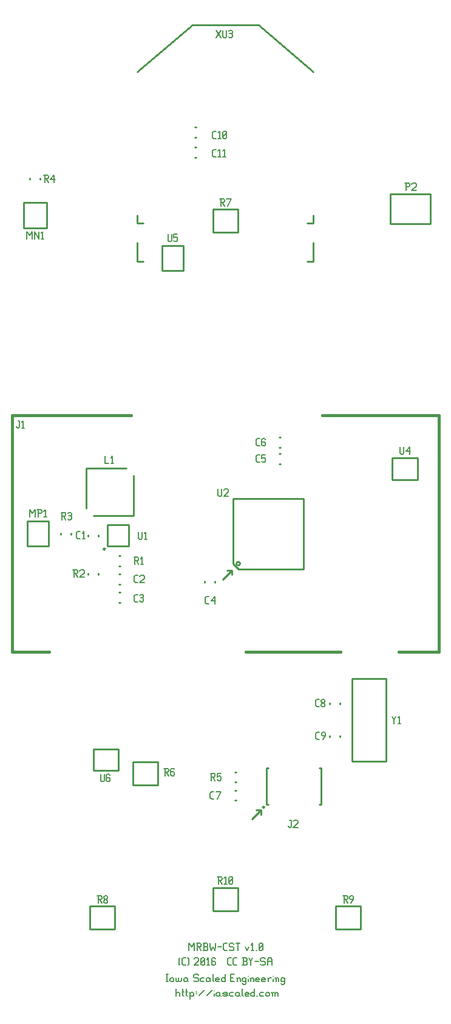
<source format=gbr>
G04 start of page 8 for group -4079 idx -4079 *
G04 Title: (unknown), topsilk *
G04 Creator: pcb 20110918 *
G04 CreationDate: Tue 28 Jun 2016 03:12:40 AM GMT UTC *
G04 For: railfan *
G04 Format: Gerber/RS-274X *
G04 PCB-Dimensions: 275000 550000 *
G04 PCB-Coordinate-Origin: lower left *
%MOIN*%
%FSLAX25Y25*%
%LNTOPSILK*%
%ADD104C,0.0150*%
%ADD103C,0.0080*%
%ADD102C,0.0100*%
G54D102*X157000Y114000D02*X152000Y109000D01*
X157000Y114000D02*Y111500D01*
Y114000D02*X154500D01*
X141000Y245500D02*X136000Y240500D01*
X141000Y245500D02*Y243000D01*
Y245500D02*X138500D01*
G54D103*X117500Y41000D02*Y37000D01*
Y41000D02*X119000Y39000D01*
X120500Y41000D01*
Y37000D01*
X121700Y41000D02*X123700D01*
X124200Y40500D01*
Y39500D01*
X123700Y39000D02*X124200Y39500D01*
X122200Y39000D02*X123700D01*
X122200Y41000D02*Y37000D01*
X123000Y39000D02*X124200Y37000D01*
X125400D02*X127400D01*
X127900Y37500D01*
Y38700D02*Y37500D01*
X127400Y39200D02*X127900Y38700D01*
X125900Y39200D02*X127400D01*
X125900Y41000D02*Y37000D01*
X125400Y41000D02*X127400D01*
X127900Y40500D01*
Y39700D01*
X127400Y39200D02*X127900Y39700D01*
X129100Y41000D02*Y39000D01*
X129600Y37000D01*
X130600Y39000D01*
X131600Y37000D01*
X132100Y39000D01*
Y41000D02*Y39000D01*
X133300D02*X135300D01*
X137200Y37000D02*X138500D01*
X136500Y37700D02*X137200Y37000D01*
X136500Y40300D02*Y37700D01*
Y40300D02*X137200Y41000D01*
X138500D01*
X141700D02*X142200Y40500D01*
X140200Y41000D02*X141700D01*
X139700Y40500D02*X140200Y41000D01*
X139700Y40500D02*Y39500D01*
X140200Y39000D01*
X141700D01*
X142200Y38500D01*
Y37500D01*
X141700Y37000D02*X142200Y37500D01*
X140200Y37000D02*X141700D01*
X139700Y37500D02*X140200Y37000D01*
X143400Y41000D02*X145400D01*
X144400D02*Y37000D01*
X148400Y39000D02*X149400Y37000D01*
X150400Y39000D02*X149400Y37000D01*
X151600Y40200D02*X152400Y41000D01*
Y37000D01*
X151600D02*X153100D01*
X154300D02*X154800D01*
X156000Y37500D02*X156500Y37000D01*
X156000Y40500D02*Y37500D01*
Y40500D02*X156500Y41000D01*
X157500D01*
X158000Y40500D01*
Y37500D01*
X157500Y37000D02*X158000Y37500D01*
X156500Y37000D02*X157500D01*
X156000Y38000D02*X158000Y40000D01*
X112000Y29500D02*X112500Y29000D01*
X112000Y32500D02*X112500Y33000D01*
X112000Y32500D02*Y29500D01*
X114400Y29000D02*X115700D01*
X113700Y29700D02*X114400Y29000D01*
X113700Y32300D02*Y29700D01*
Y32300D02*X114400Y33000D01*
X115700D01*
X116900D02*X117400Y32500D01*
Y29500D01*
X116900Y29000D02*X117400Y29500D01*
X120400Y32500D02*X120900Y33000D01*
X122400D01*
X122900Y32500D01*
Y31500D01*
X120400Y29000D02*X122900Y31500D01*
X120400Y29000D02*X122900D01*
X124100Y29500D02*X124600Y29000D01*
X124100Y32500D02*Y29500D01*
Y32500D02*X124600Y33000D01*
X125600D01*
X126100Y32500D01*
Y29500D01*
X125600Y29000D02*X126100Y29500D01*
X124600Y29000D02*X125600D01*
X124100Y30000D02*X126100Y32000D01*
X127300Y32200D02*X128100Y33000D01*
Y29000D01*
X127300D02*X128800D01*
X131500Y33000D02*X132000Y32500D01*
X130500Y33000D02*X131500D01*
X130000Y32500D02*X130500Y33000D01*
X130000Y32500D02*Y29500D01*
X130500Y29000D01*
X131500Y31200D02*X132000Y30700D01*
X130000Y31200D02*X131500D01*
X130500Y29000D02*X131500D01*
X132000Y29500D01*
Y30700D02*Y29500D01*
X139300Y29000D02*X140600D01*
X138600Y29700D02*X139300Y29000D01*
X138600Y32300D02*Y29700D01*
Y32300D02*X139300Y33000D01*
X140600D01*
X142500Y29000D02*X143800D01*
X141800Y29700D02*X142500Y29000D01*
X141800Y32300D02*Y29700D01*
Y32300D02*X142500Y33000D01*
X143800D01*
X146800Y29000D02*X148800D01*
X149300Y29500D01*
Y30700D02*Y29500D01*
X148800Y31200D02*X149300Y30700D01*
X147300Y31200D02*X148800D01*
X147300Y33000D02*Y29000D01*
X146800Y33000D02*X148800D01*
X149300Y32500D01*
Y31700D01*
X148800Y31200D02*X149300Y31700D01*
X150500Y33000D02*X151500Y31000D01*
X152500Y33000D01*
X151500Y31000D02*Y29000D01*
X153700Y31000D02*X155700D01*
X158900Y33000D02*X159400Y32500D01*
X157400Y33000D02*X158900D01*
X156900Y32500D02*X157400Y33000D01*
X156900Y32500D02*Y31500D01*
X157400Y31000D01*
X158900D01*
X159400Y30500D01*
Y29500D01*
X158900Y29000D02*X159400Y29500D01*
X157400Y29000D02*X158900D01*
X156900Y29500D02*X157400Y29000D01*
X160600Y32000D02*Y29000D01*
Y32000D02*X161300Y33000D01*
X162400D01*
X163100Y32000D01*
Y29000D01*
X160600Y31000D02*X163100D01*
X105000Y24000D02*X106000D01*
X105500D02*Y20000D01*
X105000D02*X106000D01*
X107200Y21500D02*Y20500D01*
Y21500D02*X107700Y22000D01*
X108700D01*
X109200Y21500D01*
Y20500D01*
X108700Y20000D02*X109200Y20500D01*
X107700Y20000D02*X108700D01*
X107200Y20500D02*X107700Y20000D01*
X110400Y22000D02*Y20500D01*
X110900Y20000D01*
X111400D01*
X111900Y20500D01*
Y22000D02*Y20500D01*
X112400Y20000D01*
X112900D01*
X113400Y20500D01*
Y22000D02*Y20500D01*
X116100Y22000D02*X116600Y21500D01*
X115100Y22000D02*X116100D01*
X114600Y21500D02*X115100Y22000D01*
X114600Y21500D02*Y20500D01*
X115100Y20000D01*
X116600Y22000D02*Y20500D01*
X117100Y20000D01*
X115100D02*X116100D01*
X116600Y20500D01*
X122100Y24000D02*X122600Y23500D01*
X120600Y24000D02*X122100D01*
X120100Y23500D02*X120600Y24000D01*
X120100Y23500D02*Y22500D01*
X120600Y22000D01*
X122100D01*
X122600Y21500D01*
Y20500D01*
X122100Y20000D02*X122600Y20500D01*
X120600Y20000D02*X122100D01*
X120100Y20500D02*X120600Y20000D01*
X124300Y22000D02*X125800D01*
X123800Y21500D02*X124300Y22000D01*
X123800Y21500D02*Y20500D01*
X124300Y20000D01*
X125800D01*
X128500Y22000D02*X129000Y21500D01*
X127500Y22000D02*X128500D01*
X127000Y21500D02*X127500Y22000D01*
X127000Y21500D02*Y20500D01*
X127500Y20000D01*
X129000Y22000D02*Y20500D01*
X129500Y20000D01*
X127500D02*X128500D01*
X129000Y20500D01*
X130700Y24000D02*Y20500D01*
X131200Y20000D01*
X132700D02*X134200D01*
X132200Y20500D02*X132700Y20000D01*
X132200Y21500D02*Y20500D01*
Y21500D02*X132700Y22000D01*
X133700D01*
X134200Y21500D01*
X132200Y21000D02*X134200D01*
Y21500D02*Y21000D01*
X137400Y24000D02*Y20000D01*
X136900D02*X137400Y20500D01*
X135900Y20000D02*X136900D01*
X135400Y20500D02*X135900Y20000D01*
X135400Y21500D02*Y20500D01*
Y21500D02*X135900Y22000D01*
X136900D01*
X137400Y21500D01*
X140400Y22200D02*X141900D01*
X140400Y20000D02*X142400D01*
X140400Y24000D02*Y20000D01*
Y24000D02*X142400D01*
X144100Y21500D02*Y20000D01*
Y21500D02*X144600Y22000D01*
X145100D01*
X145600Y21500D01*
Y20000D01*
X143600Y22000D02*X144100Y21500D01*
X148300Y22000D02*X148800Y21500D01*
X147300Y22000D02*X148300D01*
X146800Y21500D02*X147300Y22000D01*
X146800Y21500D02*Y20500D01*
X147300Y20000D01*
X148300D01*
X148800Y20500D01*
X146800Y19000D02*X147300Y18500D01*
X148300D01*
X148800Y19000D01*
Y22000D02*Y19000D01*
X150000Y23000D02*Y22900D01*
Y21500D02*Y20000D01*
X151500Y21500D02*Y20000D01*
Y21500D02*X152000Y22000D01*
X152500D01*
X153000Y21500D01*
Y20000D01*
X151000Y22000D02*X151500Y21500D01*
X154700Y20000D02*X156200D01*
X154200Y20500D02*X154700Y20000D01*
X154200Y21500D02*Y20500D01*
Y21500D02*X154700Y22000D01*
X155700D01*
X156200Y21500D01*
X154200Y21000D02*X156200D01*
Y21500D02*Y21000D01*
X157900Y20000D02*X159400D01*
X157400Y20500D02*X157900Y20000D01*
X157400Y21500D02*Y20500D01*
Y21500D02*X157900Y22000D01*
X158900D01*
X159400Y21500D01*
X157400Y21000D02*X159400D01*
Y21500D02*Y21000D01*
X161100Y21500D02*Y20000D01*
Y21500D02*X161600Y22000D01*
X162600D01*
X160600D02*X161100Y21500D01*
X163800Y23000D02*Y22900D01*
Y21500D02*Y20000D01*
X165300Y21500D02*Y20000D01*
Y21500D02*X165800Y22000D01*
X166300D01*
X166800Y21500D01*
Y20000D01*
X164800Y22000D02*X165300Y21500D01*
X169500Y22000D02*X170000Y21500D01*
X168500Y22000D02*X169500D01*
X168000Y21500D02*X168500Y22000D01*
X168000Y21500D02*Y20500D01*
X168500Y20000D01*
X169500D01*
X170000Y20500D01*
X168000Y19000D02*X168500Y18500D01*
X169500D01*
X170000Y19000D01*
Y22000D02*Y19000D01*
X110500Y16000D02*Y12000D01*
Y13500D02*X111000Y14000D01*
X112000D01*
X112500Y13500D01*
Y12000D01*
X114200Y16000D02*Y12500D01*
X114700Y12000D01*
X113700Y14500D02*X114700D01*
X116200Y16000D02*Y12500D01*
X116700Y12000D01*
X115700Y14500D02*X116700D01*
X118200Y13500D02*Y10500D01*
X117700Y14000D02*X118200Y13500D01*
X118700Y14000D01*
X119700D01*
X120200Y13500D01*
Y12500D01*
X119700Y12000D02*X120200Y12500D01*
X118700Y12000D02*X119700D01*
X118200Y12500D02*X118700Y12000D01*
X121400Y14500D02*X121900D01*
X121400Y13500D02*X121900D01*
X123100Y12500D02*X126100Y15500D01*
X127300Y12500D02*X130300Y15500D01*
X131500Y15000D02*Y14900D01*
Y13500D02*Y12000D01*
X134000Y14000D02*X134500Y13500D01*
X133000Y14000D02*X134000D01*
X132500Y13500D02*X133000Y14000D01*
X132500Y13500D02*Y12500D01*
X133000Y12000D01*
X134500Y14000D02*Y12500D01*
X135000Y12000D01*
X133000D02*X134000D01*
X134500Y12500D01*
X136700Y12000D02*X138200D01*
X138700Y12500D01*
X138200Y13000D02*X138700Y12500D01*
X136700Y13000D02*X138200D01*
X136200Y13500D02*X136700Y13000D01*
X136200Y13500D02*X136700Y14000D01*
X138200D01*
X138700Y13500D01*
X136200Y12500D02*X136700Y12000D01*
X140400Y14000D02*X141900D01*
X139900Y13500D02*X140400Y14000D01*
X139900Y13500D02*Y12500D01*
X140400Y12000D01*
X141900D01*
X144600Y14000D02*X145100Y13500D01*
X143600Y14000D02*X144600D01*
X143100Y13500D02*X143600Y14000D01*
X143100Y13500D02*Y12500D01*
X143600Y12000D01*
X145100Y14000D02*Y12500D01*
X145600Y12000D01*
X143600D02*X144600D01*
X145100Y12500D01*
X146800Y16000D02*Y12500D01*
X147300Y12000D01*
X148800D02*X150300D01*
X148300Y12500D02*X148800Y12000D01*
X148300Y13500D02*Y12500D01*
Y13500D02*X148800Y14000D01*
X149800D01*
X150300Y13500D01*
X148300Y13000D02*X150300D01*
Y13500D02*Y13000D01*
X153500Y16000D02*Y12000D01*
X153000D02*X153500Y12500D01*
X152000Y12000D02*X153000D01*
X151500Y12500D02*X152000Y12000D01*
X151500Y13500D02*Y12500D01*
Y13500D02*X152000Y14000D01*
X153000D01*
X153500Y13500D01*
X154700Y12000D02*X155200D01*
X156900Y14000D02*X158400D01*
X156400Y13500D02*X156900Y14000D01*
X156400Y13500D02*Y12500D01*
X156900Y12000D01*
X158400D01*
X159600Y13500D02*Y12500D01*
Y13500D02*X160100Y14000D01*
X161100D01*
X161600Y13500D01*
Y12500D01*
X161100Y12000D02*X161600Y12500D01*
X160100Y12000D02*X161100D01*
X159600Y12500D02*X160100Y12000D01*
X163300Y13500D02*Y12000D01*
Y13500D02*X163800Y14000D01*
X164300D01*
X164800Y13500D01*
Y12000D01*
Y13500D02*X165300Y14000D01*
X165800D01*
X166300Y13500D01*
Y12000D01*
X162800Y14000D02*X163300Y13500D01*
G54D102*X130610Y443299D02*Y430701D01*
Y443299D02*X144390D01*
Y430701D01*
X130610D02*X144390D01*
X30245Y460393D02*Y459607D01*
X35755Y460393D02*Y459607D01*
X120607Y488255D02*X121393D01*
X120607Y482745D02*X121393D01*
X120607Y477255D02*X121393D01*
X120607Y471745D02*X121393D01*
X89193Y440000D02*Y435650D01*
X185807Y440000D02*Y435650D01*
X89193D02*X92500D01*
X185807D02*X182500D01*
X89193Y518642D02*X119390Y544351D01*
X185807Y518642D02*X155610Y544351D01*
X119390D02*X155610D01*
X89193Y414650D02*X92500D01*
X89193D02*Y425000D01*
X185807Y414650D02*X182500D01*
X185807D02*Y425000D01*
X141715Y284785D02*Y249115D01*
Y284785D02*X180285D01*
Y246215D01*
X144615D02*X180285D01*
X144615D02*X141715Y249115D01*
X144615Y248115D02*G75*G03X144615Y248115I0J1000D01*G01*
X229100Y306900D02*X243000D01*
X229100D02*Y295100D01*
X243000D01*
Y306900D02*Y295100D01*
G54D104*X20400Y330300D02*Y200700D01*
Y330300D02*X85600D01*
X190600D02*X254700D01*
X20400Y200700D02*X40600D01*
X148600D02*X200600D01*
X232600D02*X254700D01*
Y330300D02*Y200700D01*
G54D102*X28600Y272500D02*Y258600D01*
X40400D01*
Y272500D01*
X28600D01*
X52755Y265893D02*Y265107D01*
X47245Y265893D02*Y265107D01*
X79107Y253255D02*X79893D01*
X79107Y247745D02*X79893D01*
X79107Y227745D02*X79893D01*
X79107Y233255D02*X79893D01*
X79107Y237745D02*X79893D01*
X79107Y243255D02*X79893D01*
X67755Y243893D02*Y243107D01*
X62245Y243893D02*Y243107D01*
X72594Y270406D02*Y258594D01*
Y270406D02*X84406D01*
Y258594D01*
X72594D02*X84406D01*
X71094Y256594D02*G75*G03X71094Y256594I0J500D01*G01*
X61000Y301500D02*Y279500D01*
Y301500D02*X83000D01*
X87000Y297500D02*Y275500D01*
X65000D02*X87000D01*
X67755Y264893D02*Y264107D01*
X62245Y264893D02*Y264107D01*
X131755Y239393D02*Y238607D01*
X126245Y239393D02*Y238607D01*
X167107Y309255D02*X167893D01*
X167107Y303745D02*X167893D01*
X167107Y318255D02*X167893D01*
X167107Y312745D02*X167893D01*
X63110Y61299D02*Y48701D01*
Y61299D02*X76890D01*
Y48701D01*
X63110D02*X76890D01*
X198110Y61299D02*Y48701D01*
Y61299D02*X211890D01*
Y48701D01*
X198110D02*X211890D01*
X130610Y71299D02*Y58701D01*
Y71299D02*X144390D01*
Y58701D01*
X130610D02*X144390D01*
X225850Y186038D02*Y140762D01*
X207150D02*X225850D01*
X207150Y186038D02*Y140762D01*
Y186038D02*X225850D01*
X200255Y172893D02*Y172107D01*
X194745Y172893D02*Y172107D01*
Y154893D02*Y154107D01*
X200255Y154893D02*Y154107D01*
X86610Y140299D02*Y127701D01*
Y140299D02*X100390D01*
Y127701D01*
X86610D02*X100390D01*
X65000Y135600D02*X78900D01*
Y147400D02*Y135600D01*
X65000Y147400D02*X78900D01*
X65000D02*Y135600D01*
X160000Y137000D02*Y117000D01*
X190000Y137000D02*Y117000D01*
X160000Y137000D02*X161000D01*
X189000D02*X190000D01*
X189000Y117000D02*X190000D01*
X160000D02*X161000D01*
X158500Y115000D02*G75*G03X158500Y115000I0J500D01*G01*
X142607Y124755D02*X143393D01*
X142607Y119245D02*X143393D01*
X142607Y134755D02*X143393D01*
X142607Y129245D02*X143393D01*
X26600Y447000D02*Y433100D01*
X39400D01*
Y447000D01*
X26600D01*
X228000Y451600D02*Y435400D01*
X250000Y451600D02*Y435400D01*
X228000D02*X250000D01*
X228000Y451600D02*X250000D01*
X102600Y423500D02*Y409600D01*
X114400D01*
Y423500D01*
X102600D01*
G54D103*X67100Y66900D02*X69100D01*
X69600Y66400D01*
Y65400D01*
X69100Y64900D02*X69600Y65400D01*
X67600Y64900D02*X69100D01*
X67600Y66900D02*Y62900D01*
X68400Y64900D02*X69600Y62900D01*
X70800Y63400D02*X71300Y62900D01*
X70800Y64200D02*Y63400D01*
Y64200D02*X71500Y64900D01*
X72100D01*
X72800Y64200D01*
Y63400D01*
X72300Y62900D02*X72800Y63400D01*
X71300Y62900D02*X72300D01*
X70800Y65600D02*X71500Y64900D01*
X70800Y66400D02*Y65600D01*
Y66400D02*X71300Y66900D01*
X72300D01*
X72800Y66400D01*
Y65600D01*
X72100Y64900D02*X72800Y65600D01*
X202100Y66900D02*X204100D01*
X204600Y66400D01*
Y65400D01*
X204100Y64900D02*X204600Y65400D01*
X202600Y64900D02*X204100D01*
X202600Y66900D02*Y62900D01*
X203400Y64900D02*X204600Y62900D01*
X206300D02*X207800Y64900D01*
Y66400D02*Y64900D01*
X207300Y66900D02*X207800Y66400D01*
X206300Y66900D02*X207300D01*
X205800Y66400D02*X206300Y66900D01*
X205800Y66400D02*Y65400D01*
X206300Y64900D01*
X207800D01*
X133152Y77475D02*X135152D01*
X135652Y76975D01*
Y75975D01*
X135152Y75475D02*X135652Y75975D01*
X133652Y75475D02*X135152D01*
X133652Y77475D02*Y73475D01*
X134452Y75475D02*X135652Y73475D01*
X136852Y76675D02*X137652Y77475D01*
Y73475D01*
X136852D02*X138352D01*
X139552Y73975D02*X140052Y73475D01*
X139552Y76975D02*Y73975D01*
Y76975D02*X140052Y77475D01*
X141052D01*
X141552Y76975D01*
Y73975D01*
X141052Y73475D02*X141552Y73975D01*
X140052Y73475D02*X141052D01*
X139552Y74475D02*X141552Y76475D01*
X103760Y136740D02*X105760D01*
X106260Y136240D01*
Y135240D01*
X105760Y134740D02*X106260Y135240D01*
X104260Y134740D02*X105760D01*
X104260Y136740D02*Y132740D01*
X105060Y134740D02*X106260Y132740D01*
X108960Y136740D02*X109460Y136240D01*
X107960Y136740D02*X108960D01*
X107460Y136240D02*X107960Y136740D01*
X107460Y136240D02*Y133240D01*
X107960Y132740D01*
X108960Y134940D02*X109460Y134440D01*
X107460Y134940D02*X108960D01*
X107960Y132740D02*X108960D01*
X109460Y133240D01*
Y134440D02*Y133240D01*
X69000Y133600D02*Y130100D01*
X69500Y129600D01*
X70500D01*
X71000Y130100D01*
Y133600D02*Y130100D01*
X73700Y133600D02*X74200Y133100D01*
X72700Y133600D02*X73700D01*
X72200Y133100D02*X72700Y133600D01*
X72200Y133100D02*Y130100D01*
X72700Y129600D01*
X73700Y131800D02*X74200Y131300D01*
X72200Y131800D02*X73700D01*
X72700Y129600D02*X73700D01*
X74200Y130100D01*
Y131300D02*Y130100D01*
X129921Y120150D02*X131221D01*
X129221Y120850D02*X129921Y120150D01*
X129221Y123450D02*Y120850D01*
Y123450D02*X129921Y124150D01*
X131221D01*
X132921Y120150D02*X134921Y124150D01*
X132421D02*X134921D01*
X129393Y134150D02*X131393D01*
X131893Y133650D01*
Y132650D01*
X131393Y132150D02*X131893Y132650D01*
X129893Y132150D02*X131393D01*
X129893Y134150D02*Y130150D01*
X130693Y132150D02*X131893Y130150D01*
X133093Y134150D02*X135093D01*
X133093D02*Y132150D01*
X133593Y132650D01*
X134593D01*
X135093Y132150D01*
Y130650D01*
X134593Y130150D02*X135093Y130650D01*
X133593Y130150D02*X134593D01*
X133093Y130650D02*X133593Y130150D01*
X229100Y165500D02*X230100Y163500D01*
X231100Y165500D01*
X230100Y163500D02*Y161500D01*
X232300Y164700D02*X233100Y165500D01*
Y161500D01*
X232300D02*X233800D01*
X187750Y170650D02*X189050D01*
X187050Y171350D02*X187750Y170650D01*
X187050Y173950D02*Y171350D01*
Y173950D02*X187750Y174650D01*
X189050D01*
X190250Y171150D02*X190750Y170650D01*
X190250Y171950D02*Y171150D01*
Y171950D02*X190950Y172650D01*
X191550D01*
X192250Y171950D01*
Y171150D01*
X191750Y170650D02*X192250Y171150D01*
X190750Y170650D02*X191750D01*
X190250Y173350D02*X190950Y172650D01*
X190250Y174150D02*Y173350D01*
Y174150D02*X190750Y174650D01*
X191750D01*
X192250Y174150D01*
Y173350D01*
X191550Y172650D02*X192250Y173350D01*
X187950Y152650D02*X189250D01*
X187250Y153350D02*X187950Y152650D01*
X187250Y155950D02*Y153350D01*
Y155950D02*X187950Y156650D01*
X189250D01*
X190950Y152650D02*X192450Y154650D01*
Y156150D02*Y154650D01*
X191950Y156650D02*X192450Y156150D01*
X190950Y156650D02*X191950D01*
X190450Y156150D02*X190950Y156650D01*
X190450Y156150D02*Y155150D01*
X190950Y154650D01*
X192450D01*
X172800Y108400D02*X173600D01*
Y104900D01*
X173100Y104400D02*X173600Y104900D01*
X172600Y104400D02*X173100D01*
X172100Y104900D02*X172600Y104400D01*
X172100Y105400D02*Y104900D01*
X174800Y107900D02*X175300Y108400D01*
X176800D01*
X177300Y107900D01*
Y106900D01*
X174800Y104400D02*X177300Y106900D01*
X174800Y104400D02*X177300D01*
X133500Y290000D02*Y286500D01*
X134000Y286000D01*
X135000D01*
X135500Y286500D01*
Y290000D02*Y286500D01*
X136700Y289500D02*X137200Y290000D01*
X138700D01*
X139200Y289500D01*
Y288500D01*
X136700Y286000D02*X139200Y288500D01*
X136700Y286000D02*X139200D01*
X30000Y278600D02*Y274600D01*
Y278600D02*X31500Y276600D01*
X33000Y278600D01*
Y274600D01*
X34700Y278600D02*Y274600D01*
X34200Y278600D02*X36200D01*
X36700Y278100D01*
Y277100D01*
X36200Y276600D02*X36700Y277100D01*
X34700Y276600D02*X36200D01*
X37900Y277800D02*X38700Y278600D01*
Y274600D01*
X37900D02*X39400D01*
X47293Y277150D02*X49293D01*
X49793Y276650D01*
Y275650D01*
X49293Y275150D02*X49793Y275650D01*
X47793Y275150D02*X49293D01*
X47793Y277150D02*Y273150D01*
X48593Y275150D02*X49793Y273150D01*
X50993Y276650D02*X51493Y277150D01*
X52493D01*
X52993Y276650D01*
X52493Y273150D02*X52993Y273650D01*
X51493Y273150D02*X52493D01*
X50993Y273650D02*X51493Y273150D01*
Y275350D02*X52493D01*
X52993Y276650D02*Y275850D01*
Y274850D02*Y273650D01*
Y274850D02*X52493Y275350D01*
X52993Y275850D02*X52493Y275350D01*
X87350Y252650D02*X89350D01*
X89850Y252150D01*
Y251150D01*
X89350Y250650D02*X89850Y251150D01*
X87850Y250650D02*X89350D01*
X87850Y252650D02*Y248650D01*
X88650Y250650D02*X89850Y248650D01*
X91050Y251850D02*X91850Y252650D01*
Y248650D01*
X91050D02*X92550D01*
X88050Y228150D02*X89350D01*
X87350Y228850D02*X88050Y228150D01*
X87350Y231450D02*Y228850D01*
Y231450D02*X88050Y232150D01*
X89350D01*
X90550Y231650D02*X91050Y232150D01*
X92050D01*
X92550Y231650D01*
X92050Y228150D02*X92550Y228650D01*
X91050Y228150D02*X92050D01*
X90550Y228650D02*X91050Y228150D01*
Y230350D02*X92050D01*
X92550Y231650D02*Y230850D01*
Y229850D02*Y228650D01*
Y229850D02*X92050Y230350D01*
X92550Y230850D02*X92050Y230350D01*
X53850Y245650D02*X55850D01*
X56350Y245150D01*
Y244150D01*
X55850Y243650D02*X56350Y244150D01*
X54350Y243650D02*X55850D01*
X54350Y245650D02*Y241650D01*
X55150Y243650D02*X56350Y241650D01*
X57550Y245150D02*X58050Y245650D01*
X59550D01*
X60050Y245150D01*
Y244150D01*
X57550Y241650D02*X60050Y244150D01*
X57550Y241650D02*X60050D01*
X56550Y262650D02*X57850D01*
X55850Y263350D02*X56550Y262650D01*
X55850Y265950D02*Y263350D01*
Y265950D02*X56550Y266650D01*
X57850D01*
X59050Y265850D02*X59850Y266650D01*
Y262650D01*
X59050D02*X60550D01*
X88050Y238650D02*X89350D01*
X87350Y239350D02*X88050Y238650D01*
X87350Y241950D02*Y239350D01*
Y241950D02*X88050Y242650D01*
X89350D01*
X90550Y242150D02*X91050Y242650D01*
X92550D01*
X93050Y242150D01*
Y241150D01*
X90550Y238650D02*X93050Y241150D01*
X90550Y238650D02*X93050D01*
X89858Y266453D02*Y262953D01*
X90358Y262453D01*
X91358D01*
X91858Y262953D01*
Y266453D02*Y262953D01*
X93058Y265653D02*X93858Y266453D01*
Y262453D01*
X93058D02*X94558D01*
X71500Y308000D02*Y304000D01*
X73500D01*
X74700Y307200D02*X75500Y308000D01*
Y304000D01*
X74700D02*X76200D01*
X155050Y304650D02*X156350D01*
X154350Y305350D02*X155050Y304650D01*
X154350Y307950D02*Y305350D01*
Y307950D02*X155050Y308650D01*
X156350D01*
X157550D02*X159550D01*
X157550D02*Y306650D01*
X158050Y307150D01*
X159050D01*
X159550Y306650D01*
Y305150D01*
X159050Y304650D02*X159550Y305150D01*
X158050Y304650D02*X159050D01*
X157550Y305150D02*X158050Y304650D01*
X155050Y313650D02*X156350D01*
X154350Y314350D02*X155050Y313650D01*
X154350Y316950D02*Y314350D01*
Y316950D02*X155050Y317650D01*
X156350D01*
X159050D02*X159550Y317150D01*
X158050Y317650D02*X159050D01*
X157550Y317150D02*X158050Y317650D01*
X157550Y317150D02*Y314150D01*
X158050Y313650D01*
X159050Y315850D02*X159550Y315350D01*
X157550Y315850D02*X159050D01*
X158050Y313650D02*X159050D01*
X159550Y314150D01*
Y315350D02*Y314150D01*
X233500Y313100D02*Y309600D01*
X234000Y309100D01*
X235000D01*
X235500Y309600D01*
Y313100D02*Y309600D01*
X236700Y310600D02*X238700Y313100D01*
X236700Y310600D02*X239200D01*
X238700Y313100D02*Y309100D01*
X23600Y327500D02*X24400D01*
Y324000D01*
X23900Y323500D02*X24400Y324000D01*
X23400Y323500D02*X23900D01*
X22900Y324000D02*X23400Y323500D01*
X22900Y324500D02*Y324000D01*
X25600Y326700D02*X26400Y327500D01*
Y323500D01*
X25600D02*X27100D01*
X127136Y227150D02*X128436D01*
X126436Y227850D02*X127136Y227150D01*
X126436Y230450D02*Y227850D01*
Y230450D02*X127136Y231150D01*
X128436D01*
X129636Y228650D02*X131636Y231150D01*
X129636Y228650D02*X132136D01*
X131636Y231150D02*Y227150D01*
X236600Y457600D02*Y453600D01*
X236100Y457600D02*X238100D01*
X238600Y457100D01*
Y456100D01*
X238100Y455600D02*X238600Y456100D01*
X236600Y455600D02*X238100D01*
X239800Y457100D02*X240300Y457600D01*
X241800D01*
X242300Y457100D01*
Y456100D01*
X239800Y453600D02*X242300Y456100D01*
X239800Y453600D02*X242300D01*
X106000Y429600D02*Y426100D01*
X106500Y425600D01*
X107500D01*
X108000Y426100D01*
Y429600D02*Y426100D01*
X109200Y429600D02*X111200D01*
X109200D02*Y427600D01*
X109700Y428100D01*
X110700D01*
X111200Y427600D01*
Y426100D01*
X110700Y425600D02*X111200Y426100D01*
X109700Y425600D02*X110700D01*
X109200Y426100D02*X109700Y425600D01*
X132500Y537500D02*X135000Y541500D01*
X132500D02*X135000Y537500D01*
X136200Y541500D02*Y538000D01*
X136700Y537500D01*
X137700D01*
X138200Y538000D01*
Y541500D02*Y538000D01*
X139400Y541000D02*X139900Y541500D01*
X140900D01*
X141400Y541000D01*
X140900Y537500D02*X141400Y538000D01*
X139900Y537500D02*X140900D01*
X139400Y538000D02*X139900Y537500D01*
Y539700D02*X140900D01*
X141400Y541000D02*Y540200D01*
Y539200D02*Y538000D01*
Y539200D02*X140900Y539700D01*
X141400Y540200D02*X140900Y539700D01*
X130964Y482150D02*X132264D01*
X130264Y482850D02*X130964Y482150D01*
X130264Y485450D02*Y482850D01*
Y485450D02*X130964Y486150D01*
X132264D01*
X133464Y485350D02*X134264Y486150D01*
Y482150D01*
X133464D02*X134964D01*
X136164Y482650D02*X136664Y482150D01*
X136164Y485650D02*Y482650D01*
Y485650D02*X136664Y486150D01*
X137664D01*
X138164Y485650D01*
Y482650D01*
X137664Y482150D02*X138164Y482650D01*
X136664Y482150D02*X137664D01*
X136164Y483150D02*X138164Y485150D01*
X28500Y431100D02*Y427100D01*
Y431100D02*X30000Y429100D01*
X31500Y431100D01*
Y427100D01*
X32700Y431100D02*Y427100D01*
Y431100D02*X35200Y427100D01*
Y431100D02*Y427100D01*
X36400Y430300D02*X37200Y431100D01*
Y427100D01*
X36400D02*X37900D01*
X134552Y449075D02*X136552D01*
X137052Y448575D01*
Y447575D01*
X136552Y447075D02*X137052Y447575D01*
X135052Y447075D02*X136552D01*
X135052Y449075D02*Y445075D01*
X135852Y447075D02*X137052Y445075D01*
X138752D02*X140752Y449075D01*
X138252D02*X140752D01*
X37850Y462150D02*X39850D01*
X40350Y461650D01*
Y460650D01*
X39850Y460150D02*X40350Y460650D01*
X38350Y460150D02*X39850D01*
X38350Y462150D02*Y458150D01*
X39150Y460150D02*X40350Y458150D01*
X41550Y459650D02*X43550Y462150D01*
X41550Y459650D02*X44050D01*
X43550Y462150D02*Y458150D01*
X130964Y472150D02*X132264D01*
X130264Y472850D02*X130964Y472150D01*
X130264Y475450D02*Y472850D01*
Y475450D02*X130964Y476150D01*
X132264D01*
X133464Y475350D02*X134264Y476150D01*
Y472150D01*
X133464D02*X134964D01*
X136164Y475350D02*X136964Y476150D01*
Y472150D01*
X136164D02*X137664D01*
M02*

</source>
